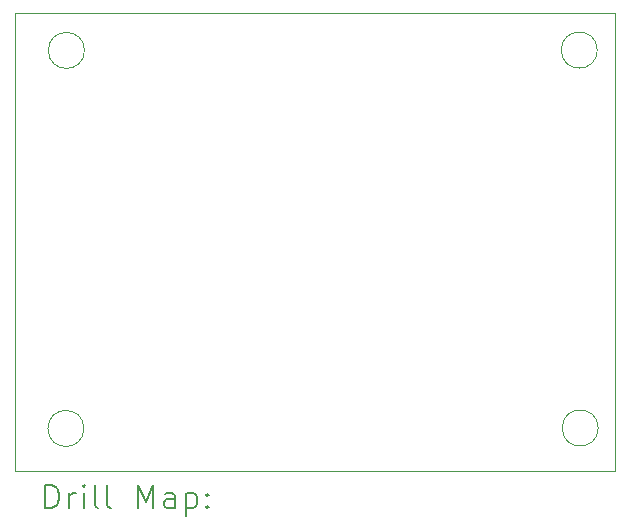
<source format=gbr>
%FSLAX45Y45*%
G04 Gerber Fmt 4.5, Leading zero omitted, Abs format (unit mm)*
G04 Created by KiCad (PCBNEW 6.0.2) date 2022-11-10 22:55:13*
%MOMM*%
%LPD*%
G01*
G04 APERTURE LIST*
%TA.AperFunction,Profile*%
%ADD10C,0.050000*%
%TD*%
%ADD11C,0.200000*%
G04 APERTURE END LIST*
D10*
X24300000Y-4545000D02*
G75*
G03*
X24300000Y-4545000I-152643J0D01*
G01*
X24307643Y-7745000D02*
G75*
G03*
X24307643Y-7745000I-152643J0D01*
G01*
X19953558Y-7748629D02*
G75*
G03*
X19953558Y-7748629I-152643J0D01*
G01*
X24447500Y-8112000D02*
X19372500Y-8112000D01*
X19372500Y-8112000D02*
X19372500Y-4230000D01*
X19372500Y-4230000D02*
X24447500Y-4230000D01*
X24447500Y-4230000D02*
X24447500Y-8112000D01*
X19957643Y-4548000D02*
G75*
G03*
X19957643Y-4548000I-152643J0D01*
G01*
D11*
X19627619Y-8424976D02*
X19627619Y-8224976D01*
X19675238Y-8224976D01*
X19703810Y-8234500D01*
X19722857Y-8253548D01*
X19732381Y-8272595D01*
X19741905Y-8310690D01*
X19741905Y-8339262D01*
X19732381Y-8377357D01*
X19722857Y-8396405D01*
X19703810Y-8415452D01*
X19675238Y-8424976D01*
X19627619Y-8424976D01*
X19827619Y-8424976D02*
X19827619Y-8291643D01*
X19827619Y-8329738D02*
X19837143Y-8310690D01*
X19846667Y-8301167D01*
X19865714Y-8291643D01*
X19884762Y-8291643D01*
X19951429Y-8424976D02*
X19951429Y-8291643D01*
X19951429Y-8224976D02*
X19941905Y-8234500D01*
X19951429Y-8244024D01*
X19960952Y-8234500D01*
X19951429Y-8224976D01*
X19951429Y-8244024D01*
X20075238Y-8424976D02*
X20056190Y-8415452D01*
X20046667Y-8396405D01*
X20046667Y-8224976D01*
X20180000Y-8424976D02*
X20160952Y-8415452D01*
X20151429Y-8396405D01*
X20151429Y-8224976D01*
X20408571Y-8424976D02*
X20408571Y-8224976D01*
X20475238Y-8367833D01*
X20541905Y-8224976D01*
X20541905Y-8424976D01*
X20722857Y-8424976D02*
X20722857Y-8320214D01*
X20713333Y-8301167D01*
X20694286Y-8291643D01*
X20656190Y-8291643D01*
X20637143Y-8301167D01*
X20722857Y-8415452D02*
X20703810Y-8424976D01*
X20656190Y-8424976D01*
X20637143Y-8415452D01*
X20627619Y-8396405D01*
X20627619Y-8377357D01*
X20637143Y-8358309D01*
X20656190Y-8348786D01*
X20703810Y-8348786D01*
X20722857Y-8339262D01*
X20818095Y-8291643D02*
X20818095Y-8491643D01*
X20818095Y-8301167D02*
X20837143Y-8291643D01*
X20875238Y-8291643D01*
X20894286Y-8301167D01*
X20903810Y-8310690D01*
X20913333Y-8329738D01*
X20913333Y-8386881D01*
X20903810Y-8405929D01*
X20894286Y-8415452D01*
X20875238Y-8424976D01*
X20837143Y-8424976D01*
X20818095Y-8415452D01*
X20999048Y-8405929D02*
X21008571Y-8415452D01*
X20999048Y-8424976D01*
X20989524Y-8415452D01*
X20999048Y-8405929D01*
X20999048Y-8424976D01*
X20999048Y-8301167D02*
X21008571Y-8310690D01*
X20999048Y-8320214D01*
X20989524Y-8310690D01*
X20999048Y-8301167D01*
X20999048Y-8320214D01*
M02*

</source>
